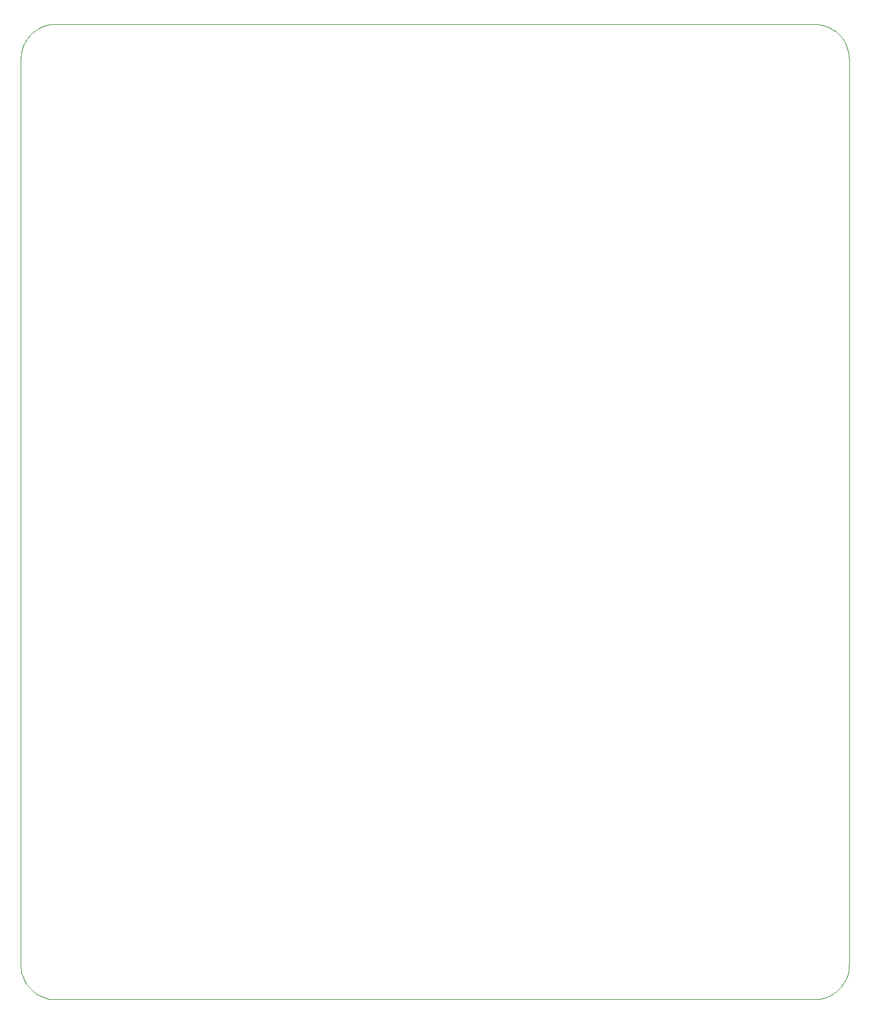
<source format=gbr>
%FSTAX23Y23*%
%MOIN*%
%SFA1B1*%

%IPPOS*%
%ADD112C,0.001000*%
%LNpms_board_profile-1*%
%LPD*%
G54D112*
X0Y00787D02*
D01*
X0Y00773*
X00001Y0076*
X00004Y00746*
X00007Y00733*
X00011Y0072*
X00017Y00707*
X00023Y00694*
X00029Y00683*
X00037Y00671*
X00046Y0066*
X00055Y0065*
X00065Y00641*
X00075Y00632*
X00086Y00624*
X00098Y00616*
X0011Y0061*
X00123Y00604*
X00136Y006*
X00149Y00596*
X00162Y00593*
X00176Y00591*
X00189Y0059*
X00196Y0059*
X04484*
D01*
X04497Y00591*
X04511Y00592*
X04525Y00594*
X04538Y00598*
X04551Y00602*
X04564Y00607*
X04576Y00613*
X04588Y0062*
X04599Y00628*
X0461Y00636*
X0462Y00645*
X0463Y00655*
X04639Y00666*
X04647Y00677*
X04654Y00688*
X04661Y00701*
X04666Y00713*
X04671Y00726*
X04675Y00739*
X04678Y00753*
X0468Y00766*
X0468Y0078*
X04681Y00787*
Y05905*
D01*
X0468Y05919*
X04679Y05932*
X04676Y05946*
X04673Y05959*
X04669Y05972*
X04664Y05985*
X04658Y05997*
X04651Y06009*
X04643Y06021*
X04635Y06032*
X04625Y06042*
X04615Y06051*
X04605Y0606*
X04594Y06068*
X04582Y06075*
X0457Y06082*
X04557Y06088*
X04545Y06092*
X04531Y06096*
X04518Y06099*
X04504Y06101*
X04491Y06102*
X04484Y06102*
X00196*
D01*
X00183Y06101*
X00169Y061*
X00155Y06098*
X00142Y06094*
X00129Y0609*
X00116Y06085*
X00104Y06079*
X00092Y06072*
X00081Y06064*
X0007Y06056*
X0006Y06047*
X0005Y06037*
X00041Y06026*
X00033Y06015*
X00026Y06003*
X00019Y05991*
X00014Y05979*
X00009Y05966*
X00005Y05953*
X00002Y05939*
X00001Y05926*
X0Y05912*
X0Y05905*
Y00787*
M02*
</source>
